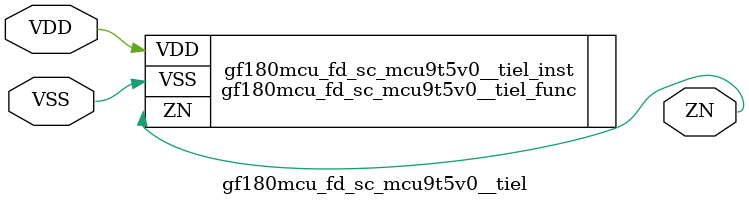
<source format=v>

module gf180mcu_fd_sc_mcu9t5v0__tiel( ZN, VDD, VSS );
inout VDD, VSS;
output ZN;

   `ifdef FUNCTIONAL  //  functional //

	gf180mcu_fd_sc_mcu9t5v0__tiel_func gf180mcu_fd_sc_mcu9t5v0__tiel_behav_inst(.ZN(ZN),.VDD(VDD),.VSS(VSS));

   `else

	gf180mcu_fd_sc_mcu9t5v0__tiel_func gf180mcu_fd_sc_mcu9t5v0__tiel_inst(.ZN(ZN),.VDD(VDD),.VSS(VSS));

	// spec_gates_begin


	// spec_gates_end



   specify

	// specify_block_begin

	// specify_block_end

   endspecify

   `endif

endmodule

</source>
